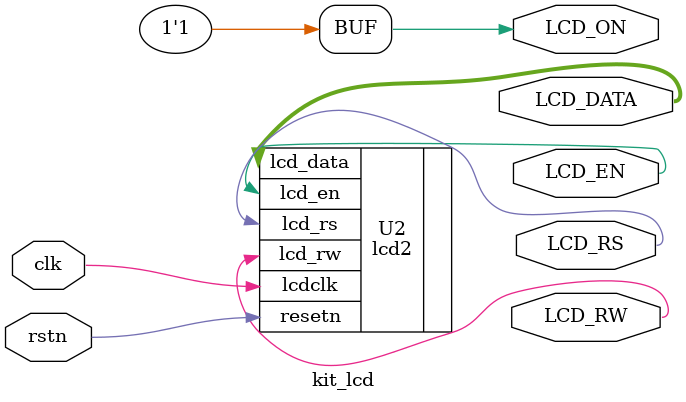
<source format=v>
module kit_lcd ( clk, rstn,
			LCD_DATA, LCD_RW, LCD_EN, LCD_RS, LCD_ON );
input	 clk, rstn;
output wire [7:0] LCD_DATA;
output wire LCD_RW, LCD_EN, LCD_RS, LCD_ON;
//wire   clk1M;

assign LCD_ON = 1'b1;

//apll1Mhz U0 (
//	.inclk0 (clk), .c0 (clk1M));
	
// lcd_display U1(clk1M, rstn, LCD_DATA, LCD_RW, LCD_EN, LCD_RS );		

lcd2 U2 (
	.resetn (rstn),
	.lcdclk (clk),
	.lcd_rs (LCD_RS),
	.lcd_rw (LCD_RW),
	.lcd_en (LCD_EN),
	.lcd_data (LCD_DATA));
		
endmodule

</source>
